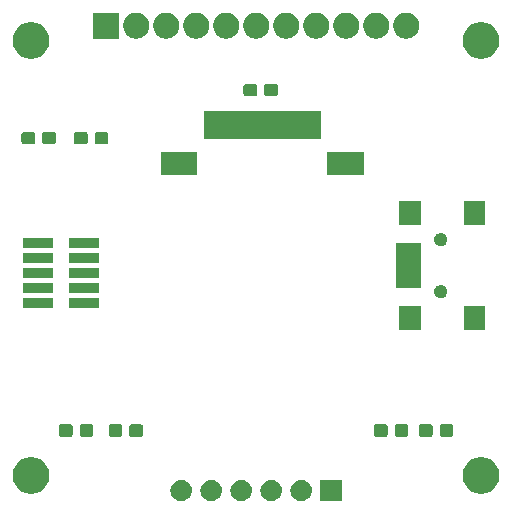
<source format=gbr>
G04 #@! TF.GenerationSoftware,KiCad,Pcbnew,5.0.1+dfsg1-2*
G04 #@! TF.CreationDate,2019-04-05T14:38:43+02:00*
G04 #@! TF.ProjectId,oled-controller,6F6C65642D636F6E74726F6C6C65722E,rev?*
G04 #@! TF.SameCoordinates,Original*
G04 #@! TF.FileFunction,Soldermask,Bot*
G04 #@! TF.FilePolarity,Negative*
%FSLAX46Y46*%
G04 Gerber Fmt 4.6, Leading zero omitted, Abs format (unit mm)*
G04 Created by KiCad (PCBNEW 5.0.1+dfsg1-2) date Fr 05 Apr 2019 14:38:43 CEST*
%MOMM*%
%LPD*%
G01*
G04 APERTURE LIST*
%ADD10C,0.100000*%
G04 APERTURE END LIST*
D10*
G36*
X174891000Y-102501000D02*
X173089000Y-102501000D01*
X173089000Y-100699000D01*
X174891000Y-100699000D01*
X174891000Y-102501000D01*
X174891000Y-102501000D01*
G37*
G36*
X171560443Y-100705519D02*
X171626627Y-100712037D01*
X171739853Y-100746384D01*
X171796467Y-100763557D01*
X171935087Y-100837652D01*
X171952991Y-100847222D01*
X171988729Y-100876552D01*
X172090186Y-100959814D01*
X172173448Y-101061271D01*
X172202778Y-101097009D01*
X172202779Y-101097011D01*
X172286443Y-101253533D01*
X172286443Y-101253534D01*
X172337963Y-101423373D01*
X172355359Y-101600000D01*
X172337963Y-101776627D01*
X172324382Y-101821396D01*
X172286443Y-101946467D01*
X172212348Y-102085087D01*
X172202778Y-102102991D01*
X172173448Y-102138729D01*
X172090186Y-102240186D01*
X171988729Y-102323448D01*
X171952991Y-102352778D01*
X171952989Y-102352779D01*
X171796467Y-102436443D01*
X171739853Y-102453616D01*
X171626627Y-102487963D01*
X171560442Y-102494482D01*
X171494260Y-102501000D01*
X171405740Y-102501000D01*
X171339558Y-102494482D01*
X171273373Y-102487963D01*
X171160147Y-102453616D01*
X171103533Y-102436443D01*
X170947011Y-102352779D01*
X170947009Y-102352778D01*
X170911271Y-102323448D01*
X170809814Y-102240186D01*
X170726552Y-102138729D01*
X170697222Y-102102991D01*
X170687652Y-102085087D01*
X170613557Y-101946467D01*
X170575618Y-101821396D01*
X170562037Y-101776627D01*
X170544641Y-101600000D01*
X170562037Y-101423373D01*
X170613557Y-101253534D01*
X170613557Y-101253533D01*
X170697221Y-101097011D01*
X170697222Y-101097009D01*
X170726552Y-101061271D01*
X170809814Y-100959814D01*
X170911271Y-100876552D01*
X170947009Y-100847222D01*
X170964913Y-100837652D01*
X171103533Y-100763557D01*
X171160147Y-100746384D01*
X171273373Y-100712037D01*
X171339557Y-100705519D01*
X171405740Y-100699000D01*
X171494260Y-100699000D01*
X171560443Y-100705519D01*
X171560443Y-100705519D01*
G37*
G36*
X161400443Y-100705519D02*
X161466627Y-100712037D01*
X161579853Y-100746384D01*
X161636467Y-100763557D01*
X161775087Y-100837652D01*
X161792991Y-100847222D01*
X161828729Y-100876552D01*
X161930186Y-100959814D01*
X162013448Y-101061271D01*
X162042778Y-101097009D01*
X162042779Y-101097011D01*
X162126443Y-101253533D01*
X162126443Y-101253534D01*
X162177963Y-101423373D01*
X162195359Y-101600000D01*
X162177963Y-101776627D01*
X162164382Y-101821396D01*
X162126443Y-101946467D01*
X162052348Y-102085087D01*
X162042778Y-102102991D01*
X162013448Y-102138729D01*
X161930186Y-102240186D01*
X161828729Y-102323448D01*
X161792991Y-102352778D01*
X161792989Y-102352779D01*
X161636467Y-102436443D01*
X161579853Y-102453616D01*
X161466627Y-102487963D01*
X161400442Y-102494482D01*
X161334260Y-102501000D01*
X161245740Y-102501000D01*
X161179558Y-102494482D01*
X161113373Y-102487963D01*
X161000147Y-102453616D01*
X160943533Y-102436443D01*
X160787011Y-102352779D01*
X160787009Y-102352778D01*
X160751271Y-102323448D01*
X160649814Y-102240186D01*
X160566552Y-102138729D01*
X160537222Y-102102991D01*
X160527652Y-102085087D01*
X160453557Y-101946467D01*
X160415618Y-101821396D01*
X160402037Y-101776627D01*
X160384641Y-101600000D01*
X160402037Y-101423373D01*
X160453557Y-101253534D01*
X160453557Y-101253533D01*
X160537221Y-101097011D01*
X160537222Y-101097009D01*
X160566552Y-101061271D01*
X160649814Y-100959814D01*
X160751271Y-100876552D01*
X160787009Y-100847222D01*
X160804913Y-100837652D01*
X160943533Y-100763557D01*
X161000147Y-100746384D01*
X161113373Y-100712037D01*
X161179557Y-100705519D01*
X161245740Y-100699000D01*
X161334260Y-100699000D01*
X161400443Y-100705519D01*
X161400443Y-100705519D01*
G37*
G36*
X163940443Y-100705519D02*
X164006627Y-100712037D01*
X164119853Y-100746384D01*
X164176467Y-100763557D01*
X164315087Y-100837652D01*
X164332991Y-100847222D01*
X164368729Y-100876552D01*
X164470186Y-100959814D01*
X164553448Y-101061271D01*
X164582778Y-101097009D01*
X164582779Y-101097011D01*
X164666443Y-101253533D01*
X164666443Y-101253534D01*
X164717963Y-101423373D01*
X164735359Y-101600000D01*
X164717963Y-101776627D01*
X164704382Y-101821396D01*
X164666443Y-101946467D01*
X164592348Y-102085087D01*
X164582778Y-102102991D01*
X164553448Y-102138729D01*
X164470186Y-102240186D01*
X164368729Y-102323448D01*
X164332991Y-102352778D01*
X164332989Y-102352779D01*
X164176467Y-102436443D01*
X164119853Y-102453616D01*
X164006627Y-102487963D01*
X163940442Y-102494482D01*
X163874260Y-102501000D01*
X163785740Y-102501000D01*
X163719558Y-102494482D01*
X163653373Y-102487963D01*
X163540147Y-102453616D01*
X163483533Y-102436443D01*
X163327011Y-102352779D01*
X163327009Y-102352778D01*
X163291271Y-102323448D01*
X163189814Y-102240186D01*
X163106552Y-102138729D01*
X163077222Y-102102991D01*
X163067652Y-102085087D01*
X162993557Y-101946467D01*
X162955618Y-101821396D01*
X162942037Y-101776627D01*
X162924641Y-101600000D01*
X162942037Y-101423373D01*
X162993557Y-101253534D01*
X162993557Y-101253533D01*
X163077221Y-101097011D01*
X163077222Y-101097009D01*
X163106552Y-101061271D01*
X163189814Y-100959814D01*
X163291271Y-100876552D01*
X163327009Y-100847222D01*
X163344913Y-100837652D01*
X163483533Y-100763557D01*
X163540147Y-100746384D01*
X163653373Y-100712037D01*
X163719557Y-100705519D01*
X163785740Y-100699000D01*
X163874260Y-100699000D01*
X163940443Y-100705519D01*
X163940443Y-100705519D01*
G37*
G36*
X169020443Y-100705519D02*
X169086627Y-100712037D01*
X169199853Y-100746384D01*
X169256467Y-100763557D01*
X169395087Y-100837652D01*
X169412991Y-100847222D01*
X169448729Y-100876552D01*
X169550186Y-100959814D01*
X169633448Y-101061271D01*
X169662778Y-101097009D01*
X169662779Y-101097011D01*
X169746443Y-101253533D01*
X169746443Y-101253534D01*
X169797963Y-101423373D01*
X169815359Y-101600000D01*
X169797963Y-101776627D01*
X169784382Y-101821396D01*
X169746443Y-101946467D01*
X169672348Y-102085087D01*
X169662778Y-102102991D01*
X169633448Y-102138729D01*
X169550186Y-102240186D01*
X169448729Y-102323448D01*
X169412991Y-102352778D01*
X169412989Y-102352779D01*
X169256467Y-102436443D01*
X169199853Y-102453616D01*
X169086627Y-102487963D01*
X169020442Y-102494482D01*
X168954260Y-102501000D01*
X168865740Y-102501000D01*
X168799558Y-102494482D01*
X168733373Y-102487963D01*
X168620147Y-102453616D01*
X168563533Y-102436443D01*
X168407011Y-102352779D01*
X168407009Y-102352778D01*
X168371271Y-102323448D01*
X168269814Y-102240186D01*
X168186552Y-102138729D01*
X168157222Y-102102991D01*
X168147652Y-102085087D01*
X168073557Y-101946467D01*
X168035618Y-101821396D01*
X168022037Y-101776627D01*
X168004641Y-101600000D01*
X168022037Y-101423373D01*
X168073557Y-101253534D01*
X168073557Y-101253533D01*
X168157221Y-101097011D01*
X168157222Y-101097009D01*
X168186552Y-101061271D01*
X168269814Y-100959814D01*
X168371271Y-100876552D01*
X168407009Y-100847222D01*
X168424913Y-100837652D01*
X168563533Y-100763557D01*
X168620147Y-100746384D01*
X168733373Y-100712037D01*
X168799557Y-100705519D01*
X168865740Y-100699000D01*
X168954260Y-100699000D01*
X169020443Y-100705519D01*
X169020443Y-100705519D01*
G37*
G36*
X166480443Y-100705519D02*
X166546627Y-100712037D01*
X166659853Y-100746384D01*
X166716467Y-100763557D01*
X166855087Y-100837652D01*
X166872991Y-100847222D01*
X166908729Y-100876552D01*
X167010186Y-100959814D01*
X167093448Y-101061271D01*
X167122778Y-101097009D01*
X167122779Y-101097011D01*
X167206443Y-101253533D01*
X167206443Y-101253534D01*
X167257963Y-101423373D01*
X167275359Y-101600000D01*
X167257963Y-101776627D01*
X167244382Y-101821396D01*
X167206443Y-101946467D01*
X167132348Y-102085087D01*
X167122778Y-102102991D01*
X167093448Y-102138729D01*
X167010186Y-102240186D01*
X166908729Y-102323448D01*
X166872991Y-102352778D01*
X166872989Y-102352779D01*
X166716467Y-102436443D01*
X166659853Y-102453616D01*
X166546627Y-102487963D01*
X166480442Y-102494482D01*
X166414260Y-102501000D01*
X166325740Y-102501000D01*
X166259558Y-102494482D01*
X166193373Y-102487963D01*
X166080147Y-102453616D01*
X166023533Y-102436443D01*
X165867011Y-102352779D01*
X165867009Y-102352778D01*
X165831271Y-102323448D01*
X165729814Y-102240186D01*
X165646552Y-102138729D01*
X165617222Y-102102991D01*
X165607652Y-102085087D01*
X165533557Y-101946467D01*
X165495618Y-101821396D01*
X165482037Y-101776627D01*
X165464641Y-101600000D01*
X165482037Y-101423373D01*
X165533557Y-101253534D01*
X165533557Y-101253533D01*
X165617221Y-101097011D01*
X165617222Y-101097009D01*
X165646552Y-101061271D01*
X165729814Y-100959814D01*
X165831271Y-100876552D01*
X165867009Y-100847222D01*
X165884913Y-100837652D01*
X166023533Y-100763557D01*
X166080147Y-100746384D01*
X166193373Y-100712037D01*
X166259557Y-100705519D01*
X166325740Y-100699000D01*
X166414260Y-100699000D01*
X166480443Y-100705519D01*
X166480443Y-100705519D01*
G37*
G36*
X148942527Y-98818736D02*
X149042410Y-98838604D01*
X149324674Y-98955521D01*
X149578705Y-99125259D01*
X149794741Y-99341295D01*
X149964479Y-99595326D01*
X150081396Y-99877590D01*
X150141000Y-100177240D01*
X150141000Y-100482760D01*
X150081396Y-100782410D01*
X149964479Y-101064674D01*
X149794741Y-101318705D01*
X149578705Y-101534741D01*
X149324674Y-101704479D01*
X149042410Y-101821396D01*
X148942527Y-101841264D01*
X148742762Y-101881000D01*
X148437238Y-101881000D01*
X148237473Y-101841264D01*
X148137590Y-101821396D01*
X147855326Y-101704479D01*
X147601295Y-101534741D01*
X147385259Y-101318705D01*
X147215521Y-101064674D01*
X147098604Y-100782410D01*
X147039000Y-100482760D01*
X147039000Y-100177240D01*
X147098604Y-99877590D01*
X147215521Y-99595326D01*
X147385259Y-99341295D01*
X147601295Y-99125259D01*
X147855326Y-98955521D01*
X148137590Y-98838604D01*
X148237473Y-98818736D01*
X148437238Y-98779000D01*
X148742762Y-98779000D01*
X148942527Y-98818736D01*
X148942527Y-98818736D01*
G37*
G36*
X187042527Y-98818736D02*
X187142410Y-98838604D01*
X187424674Y-98955521D01*
X187678705Y-99125259D01*
X187894741Y-99341295D01*
X188064479Y-99595326D01*
X188181396Y-99877590D01*
X188241000Y-100177240D01*
X188241000Y-100482760D01*
X188181396Y-100782410D01*
X188064479Y-101064674D01*
X187894741Y-101318705D01*
X187678705Y-101534741D01*
X187424674Y-101704479D01*
X187142410Y-101821396D01*
X187042527Y-101841264D01*
X186842762Y-101881000D01*
X186537238Y-101881000D01*
X186337473Y-101841264D01*
X186237590Y-101821396D01*
X185955326Y-101704479D01*
X185701295Y-101534741D01*
X185485259Y-101318705D01*
X185315521Y-101064674D01*
X185198604Y-100782410D01*
X185139000Y-100482760D01*
X185139000Y-100177240D01*
X185198604Y-99877590D01*
X185315521Y-99595326D01*
X185485259Y-99341295D01*
X185701295Y-99125259D01*
X185955326Y-98955521D01*
X186237590Y-98838604D01*
X186337473Y-98818736D01*
X186537238Y-98779000D01*
X186842762Y-98779000D01*
X187042527Y-98818736D01*
X187042527Y-98818736D01*
G37*
G36*
X184169499Y-95998445D02*
X184206993Y-96009819D01*
X184241557Y-96028294D01*
X184271847Y-96053153D01*
X184296706Y-96083443D01*
X184315181Y-96118007D01*
X184326555Y-96155501D01*
X184331000Y-96200638D01*
X184331000Y-96839362D01*
X184326555Y-96884499D01*
X184315181Y-96921993D01*
X184296706Y-96956557D01*
X184271847Y-96986847D01*
X184241557Y-97011706D01*
X184206993Y-97030181D01*
X184169499Y-97041555D01*
X184124362Y-97046000D01*
X183385638Y-97046000D01*
X183340501Y-97041555D01*
X183303007Y-97030181D01*
X183268443Y-97011706D01*
X183238153Y-96986847D01*
X183213294Y-96956557D01*
X183194819Y-96921993D01*
X183183445Y-96884499D01*
X183179000Y-96839362D01*
X183179000Y-96200638D01*
X183183445Y-96155501D01*
X183194819Y-96118007D01*
X183213294Y-96083443D01*
X183238153Y-96053153D01*
X183268443Y-96028294D01*
X183303007Y-96009819D01*
X183340501Y-95998445D01*
X183385638Y-95994000D01*
X184124362Y-95994000D01*
X184169499Y-95998445D01*
X184169499Y-95998445D01*
G37*
G36*
X180359499Y-95998445D02*
X180396993Y-96009819D01*
X180431557Y-96028294D01*
X180461847Y-96053153D01*
X180486706Y-96083443D01*
X180505181Y-96118007D01*
X180516555Y-96155501D01*
X180521000Y-96200638D01*
X180521000Y-96839362D01*
X180516555Y-96884499D01*
X180505181Y-96921993D01*
X180486706Y-96956557D01*
X180461847Y-96986847D01*
X180431557Y-97011706D01*
X180396993Y-97030181D01*
X180359499Y-97041555D01*
X180314362Y-97046000D01*
X179575638Y-97046000D01*
X179530501Y-97041555D01*
X179493007Y-97030181D01*
X179458443Y-97011706D01*
X179428153Y-96986847D01*
X179403294Y-96956557D01*
X179384819Y-96921993D01*
X179373445Y-96884499D01*
X179369000Y-96839362D01*
X179369000Y-96200638D01*
X179373445Y-96155501D01*
X179384819Y-96118007D01*
X179403294Y-96083443D01*
X179428153Y-96053153D01*
X179458443Y-96028294D01*
X179493007Y-96009819D01*
X179530501Y-95998445D01*
X179575638Y-95994000D01*
X180314362Y-95994000D01*
X180359499Y-95998445D01*
X180359499Y-95998445D01*
G37*
G36*
X178609499Y-95998445D02*
X178646993Y-96009819D01*
X178681557Y-96028294D01*
X178711847Y-96053153D01*
X178736706Y-96083443D01*
X178755181Y-96118007D01*
X178766555Y-96155501D01*
X178771000Y-96200638D01*
X178771000Y-96839362D01*
X178766555Y-96884499D01*
X178755181Y-96921993D01*
X178736706Y-96956557D01*
X178711847Y-96986847D01*
X178681557Y-97011706D01*
X178646993Y-97030181D01*
X178609499Y-97041555D01*
X178564362Y-97046000D01*
X177825638Y-97046000D01*
X177780501Y-97041555D01*
X177743007Y-97030181D01*
X177708443Y-97011706D01*
X177678153Y-96986847D01*
X177653294Y-96956557D01*
X177634819Y-96921993D01*
X177623445Y-96884499D01*
X177619000Y-96839362D01*
X177619000Y-96200638D01*
X177623445Y-96155501D01*
X177634819Y-96118007D01*
X177653294Y-96083443D01*
X177678153Y-96053153D01*
X177708443Y-96028294D01*
X177743007Y-96009819D01*
X177780501Y-95998445D01*
X177825638Y-95994000D01*
X178564362Y-95994000D01*
X178609499Y-95998445D01*
X178609499Y-95998445D01*
G37*
G36*
X157894499Y-95998445D02*
X157931993Y-96009819D01*
X157966557Y-96028294D01*
X157996847Y-96053153D01*
X158021706Y-96083443D01*
X158040181Y-96118007D01*
X158051555Y-96155501D01*
X158056000Y-96200638D01*
X158056000Y-96839362D01*
X158051555Y-96884499D01*
X158040181Y-96921993D01*
X158021706Y-96956557D01*
X157996847Y-96986847D01*
X157966557Y-97011706D01*
X157931993Y-97030181D01*
X157894499Y-97041555D01*
X157849362Y-97046000D01*
X157110638Y-97046000D01*
X157065501Y-97041555D01*
X157028007Y-97030181D01*
X156993443Y-97011706D01*
X156963153Y-96986847D01*
X156938294Y-96956557D01*
X156919819Y-96921993D01*
X156908445Y-96884499D01*
X156904000Y-96839362D01*
X156904000Y-96200638D01*
X156908445Y-96155501D01*
X156919819Y-96118007D01*
X156938294Y-96083443D01*
X156963153Y-96053153D01*
X156993443Y-96028294D01*
X157028007Y-96009819D01*
X157065501Y-95998445D01*
X157110638Y-95994000D01*
X157849362Y-95994000D01*
X157894499Y-95998445D01*
X157894499Y-95998445D01*
G37*
G36*
X156144499Y-95998445D02*
X156181993Y-96009819D01*
X156216557Y-96028294D01*
X156246847Y-96053153D01*
X156271706Y-96083443D01*
X156290181Y-96118007D01*
X156301555Y-96155501D01*
X156306000Y-96200638D01*
X156306000Y-96839362D01*
X156301555Y-96884499D01*
X156290181Y-96921993D01*
X156271706Y-96956557D01*
X156246847Y-96986847D01*
X156216557Y-97011706D01*
X156181993Y-97030181D01*
X156144499Y-97041555D01*
X156099362Y-97046000D01*
X155360638Y-97046000D01*
X155315501Y-97041555D01*
X155278007Y-97030181D01*
X155243443Y-97011706D01*
X155213153Y-96986847D01*
X155188294Y-96956557D01*
X155169819Y-96921993D01*
X155158445Y-96884499D01*
X155154000Y-96839362D01*
X155154000Y-96200638D01*
X155158445Y-96155501D01*
X155169819Y-96118007D01*
X155188294Y-96083443D01*
X155213153Y-96053153D01*
X155243443Y-96028294D01*
X155278007Y-96009819D01*
X155315501Y-95998445D01*
X155360638Y-95994000D01*
X156099362Y-95994000D01*
X156144499Y-95998445D01*
X156144499Y-95998445D01*
G37*
G36*
X153689499Y-95998445D02*
X153726993Y-96009819D01*
X153761557Y-96028294D01*
X153791847Y-96053153D01*
X153816706Y-96083443D01*
X153835181Y-96118007D01*
X153846555Y-96155501D01*
X153851000Y-96200638D01*
X153851000Y-96839362D01*
X153846555Y-96884499D01*
X153835181Y-96921993D01*
X153816706Y-96956557D01*
X153791847Y-96986847D01*
X153761557Y-97011706D01*
X153726993Y-97030181D01*
X153689499Y-97041555D01*
X153644362Y-97046000D01*
X152905638Y-97046000D01*
X152860501Y-97041555D01*
X152823007Y-97030181D01*
X152788443Y-97011706D01*
X152758153Y-96986847D01*
X152733294Y-96956557D01*
X152714819Y-96921993D01*
X152703445Y-96884499D01*
X152699000Y-96839362D01*
X152699000Y-96200638D01*
X152703445Y-96155501D01*
X152714819Y-96118007D01*
X152733294Y-96083443D01*
X152758153Y-96053153D01*
X152788443Y-96028294D01*
X152823007Y-96009819D01*
X152860501Y-95998445D01*
X152905638Y-95994000D01*
X153644362Y-95994000D01*
X153689499Y-95998445D01*
X153689499Y-95998445D01*
G37*
G36*
X182419499Y-95998445D02*
X182456993Y-96009819D01*
X182491557Y-96028294D01*
X182521847Y-96053153D01*
X182546706Y-96083443D01*
X182565181Y-96118007D01*
X182576555Y-96155501D01*
X182581000Y-96200638D01*
X182581000Y-96839362D01*
X182576555Y-96884499D01*
X182565181Y-96921993D01*
X182546706Y-96956557D01*
X182521847Y-96986847D01*
X182491557Y-97011706D01*
X182456993Y-97030181D01*
X182419499Y-97041555D01*
X182374362Y-97046000D01*
X181635638Y-97046000D01*
X181590501Y-97041555D01*
X181553007Y-97030181D01*
X181518443Y-97011706D01*
X181488153Y-96986847D01*
X181463294Y-96956557D01*
X181444819Y-96921993D01*
X181433445Y-96884499D01*
X181429000Y-96839362D01*
X181429000Y-96200638D01*
X181433445Y-96155501D01*
X181444819Y-96118007D01*
X181463294Y-96083443D01*
X181488153Y-96053153D01*
X181518443Y-96028294D01*
X181553007Y-96009819D01*
X181590501Y-95998445D01*
X181635638Y-95994000D01*
X182374362Y-95994000D01*
X182419499Y-95998445D01*
X182419499Y-95998445D01*
G37*
G36*
X151939499Y-95998445D02*
X151976993Y-96009819D01*
X152011557Y-96028294D01*
X152041847Y-96053153D01*
X152066706Y-96083443D01*
X152085181Y-96118007D01*
X152096555Y-96155501D01*
X152101000Y-96200638D01*
X152101000Y-96839362D01*
X152096555Y-96884499D01*
X152085181Y-96921993D01*
X152066706Y-96956557D01*
X152041847Y-96986847D01*
X152011557Y-97011706D01*
X151976993Y-97030181D01*
X151939499Y-97041555D01*
X151894362Y-97046000D01*
X151155638Y-97046000D01*
X151110501Y-97041555D01*
X151073007Y-97030181D01*
X151038443Y-97011706D01*
X151008153Y-96986847D01*
X150983294Y-96956557D01*
X150964819Y-96921993D01*
X150953445Y-96884499D01*
X150949000Y-96839362D01*
X150949000Y-96200638D01*
X150953445Y-96155501D01*
X150964819Y-96118007D01*
X150983294Y-96083443D01*
X151008153Y-96053153D01*
X151038443Y-96028294D01*
X151073007Y-96009819D01*
X151110501Y-95998445D01*
X151155638Y-95994000D01*
X151894362Y-95994000D01*
X151939499Y-95998445D01*
X151939499Y-95998445D01*
G37*
G36*
X187012000Y-88051000D02*
X185210000Y-88051000D01*
X185210000Y-85949000D01*
X187012000Y-85949000D01*
X187012000Y-88051000D01*
X187012000Y-88051000D01*
G37*
G36*
X181562000Y-88051000D02*
X179760000Y-88051000D01*
X179760000Y-85949000D01*
X181562000Y-85949000D01*
X181562000Y-88051000D01*
X181562000Y-88051000D01*
G37*
G36*
X154331000Y-86146000D02*
X151829000Y-86146000D01*
X151829000Y-85304000D01*
X154331000Y-85304000D01*
X154331000Y-86146000D01*
X154331000Y-86146000D01*
G37*
G36*
X150431000Y-86146000D02*
X147929000Y-86146000D01*
X147929000Y-85304000D01*
X150431000Y-85304000D01*
X150431000Y-86146000D01*
X150431000Y-86146000D01*
G37*
G36*
X183421721Y-84220174D02*
X183521995Y-84261709D01*
X183612245Y-84322012D01*
X183688988Y-84398755D01*
X183749291Y-84489005D01*
X183790826Y-84589279D01*
X183812000Y-84695730D01*
X183812000Y-84804270D01*
X183790826Y-84910721D01*
X183749291Y-85010995D01*
X183688988Y-85101245D01*
X183612245Y-85177988D01*
X183521995Y-85238291D01*
X183421721Y-85279826D01*
X183315270Y-85301000D01*
X183206730Y-85301000D01*
X183100279Y-85279826D01*
X183000005Y-85238291D01*
X182909755Y-85177988D01*
X182833012Y-85101245D01*
X182772709Y-85010995D01*
X182731174Y-84910721D01*
X182710000Y-84804270D01*
X182710000Y-84695730D01*
X182731174Y-84589279D01*
X182772709Y-84489005D01*
X182833012Y-84398755D01*
X182909755Y-84322012D01*
X183000005Y-84261709D01*
X183100279Y-84220174D01*
X183206730Y-84199000D01*
X183315270Y-84199000D01*
X183421721Y-84220174D01*
X183421721Y-84220174D01*
G37*
G36*
X154331000Y-84876000D02*
X151829000Y-84876000D01*
X151829000Y-84034000D01*
X154331000Y-84034000D01*
X154331000Y-84876000D01*
X154331000Y-84876000D01*
G37*
G36*
X150431000Y-84876000D02*
X147929000Y-84876000D01*
X147929000Y-84034000D01*
X150431000Y-84034000D01*
X150431000Y-84876000D01*
X150431000Y-84876000D01*
G37*
G36*
X181612000Y-84451000D02*
X179510000Y-84451000D01*
X179510000Y-80649000D01*
X181612000Y-80649000D01*
X181612000Y-84451000D01*
X181612000Y-84451000D01*
G37*
G36*
X154331000Y-83606000D02*
X151829000Y-83606000D01*
X151829000Y-82764000D01*
X154331000Y-82764000D01*
X154331000Y-83606000D01*
X154331000Y-83606000D01*
G37*
G36*
X150431000Y-83606000D02*
X147929000Y-83606000D01*
X147929000Y-82764000D01*
X150431000Y-82764000D01*
X150431000Y-83606000D01*
X150431000Y-83606000D01*
G37*
G36*
X150431000Y-82336000D02*
X147929000Y-82336000D01*
X147929000Y-81494000D01*
X150431000Y-81494000D01*
X150431000Y-82336000D01*
X150431000Y-82336000D01*
G37*
G36*
X154331000Y-82336000D02*
X151829000Y-82336000D01*
X151829000Y-81494000D01*
X154331000Y-81494000D01*
X154331000Y-82336000D01*
X154331000Y-82336000D01*
G37*
G36*
X154331000Y-81066000D02*
X151829000Y-81066000D01*
X151829000Y-80224000D01*
X154331000Y-80224000D01*
X154331000Y-81066000D01*
X154331000Y-81066000D01*
G37*
G36*
X150431000Y-81066000D02*
X147929000Y-81066000D01*
X147929000Y-80224000D01*
X150431000Y-80224000D01*
X150431000Y-81066000D01*
X150431000Y-81066000D01*
G37*
G36*
X183421721Y-79820174D02*
X183521995Y-79861709D01*
X183612245Y-79922012D01*
X183688988Y-79998755D01*
X183749291Y-80089005D01*
X183790826Y-80189279D01*
X183812000Y-80295730D01*
X183812000Y-80404270D01*
X183790826Y-80510721D01*
X183749291Y-80610995D01*
X183688988Y-80701245D01*
X183612245Y-80777988D01*
X183521995Y-80838291D01*
X183421721Y-80879826D01*
X183315270Y-80901000D01*
X183206730Y-80901000D01*
X183100279Y-80879826D01*
X183000005Y-80838291D01*
X182909755Y-80777988D01*
X182833012Y-80701245D01*
X182772709Y-80610995D01*
X182731174Y-80510721D01*
X182710000Y-80404270D01*
X182710000Y-80295730D01*
X182731174Y-80189279D01*
X182772709Y-80089005D01*
X182833012Y-79998755D01*
X182909755Y-79922012D01*
X183000005Y-79861709D01*
X183100279Y-79820174D01*
X183206730Y-79799000D01*
X183315270Y-79799000D01*
X183421721Y-79820174D01*
X183421721Y-79820174D01*
G37*
G36*
X181562000Y-79151000D02*
X179760000Y-79151000D01*
X179760000Y-77049000D01*
X181562000Y-77049000D01*
X181562000Y-79151000D01*
X181562000Y-79151000D01*
G37*
G36*
X187012000Y-79151000D02*
X185210000Y-79151000D01*
X185210000Y-77049000D01*
X187012000Y-77049000D01*
X187012000Y-79151000D01*
X187012000Y-79151000D01*
G37*
G36*
X162649000Y-74865000D02*
X159547000Y-74865000D01*
X159547000Y-72963000D01*
X162649000Y-72963000D01*
X162649000Y-74865000D01*
X162649000Y-74865000D01*
G37*
G36*
X176749000Y-74865000D02*
X173647000Y-74865000D01*
X173647000Y-72963000D01*
X176749000Y-72963000D01*
X176749000Y-74865000D01*
X176749000Y-74865000D01*
G37*
G36*
X154959499Y-71233445D02*
X154996993Y-71244819D01*
X155031557Y-71263294D01*
X155061847Y-71288153D01*
X155086706Y-71318443D01*
X155105181Y-71353007D01*
X155116555Y-71390501D01*
X155121000Y-71435638D01*
X155121000Y-72074362D01*
X155116555Y-72119499D01*
X155105181Y-72156993D01*
X155086706Y-72191557D01*
X155061847Y-72221847D01*
X155031557Y-72246706D01*
X154996993Y-72265181D01*
X154959499Y-72276555D01*
X154914362Y-72281000D01*
X154175638Y-72281000D01*
X154130501Y-72276555D01*
X154093007Y-72265181D01*
X154058443Y-72246706D01*
X154028153Y-72221847D01*
X154003294Y-72191557D01*
X153984819Y-72156993D01*
X153973445Y-72119499D01*
X153969000Y-72074362D01*
X153969000Y-71435638D01*
X153973445Y-71390501D01*
X153984819Y-71353007D01*
X154003294Y-71318443D01*
X154028153Y-71288153D01*
X154058443Y-71263294D01*
X154093007Y-71244819D01*
X154130501Y-71233445D01*
X154175638Y-71229000D01*
X154914362Y-71229000D01*
X154959499Y-71233445D01*
X154959499Y-71233445D01*
G37*
G36*
X153209499Y-71233445D02*
X153246993Y-71244819D01*
X153281557Y-71263294D01*
X153311847Y-71288153D01*
X153336706Y-71318443D01*
X153355181Y-71353007D01*
X153366555Y-71390501D01*
X153371000Y-71435638D01*
X153371000Y-72074362D01*
X153366555Y-72119499D01*
X153355181Y-72156993D01*
X153336706Y-72191557D01*
X153311847Y-72221847D01*
X153281557Y-72246706D01*
X153246993Y-72265181D01*
X153209499Y-72276555D01*
X153164362Y-72281000D01*
X152425638Y-72281000D01*
X152380501Y-72276555D01*
X152343007Y-72265181D01*
X152308443Y-72246706D01*
X152278153Y-72221847D01*
X152253294Y-72191557D01*
X152234819Y-72156993D01*
X152223445Y-72119499D01*
X152219000Y-72074362D01*
X152219000Y-71435638D01*
X152223445Y-71390501D01*
X152234819Y-71353007D01*
X152253294Y-71318443D01*
X152278153Y-71288153D01*
X152308443Y-71263294D01*
X152343007Y-71244819D01*
X152380501Y-71233445D01*
X152425638Y-71229000D01*
X153164362Y-71229000D01*
X153209499Y-71233445D01*
X153209499Y-71233445D01*
G37*
G36*
X148764499Y-71233445D02*
X148801993Y-71244819D01*
X148836557Y-71263294D01*
X148866847Y-71288153D01*
X148891706Y-71318443D01*
X148910181Y-71353007D01*
X148921555Y-71390501D01*
X148926000Y-71435638D01*
X148926000Y-72074362D01*
X148921555Y-72119499D01*
X148910181Y-72156993D01*
X148891706Y-72191557D01*
X148866847Y-72221847D01*
X148836557Y-72246706D01*
X148801993Y-72265181D01*
X148764499Y-72276555D01*
X148719362Y-72281000D01*
X147980638Y-72281000D01*
X147935501Y-72276555D01*
X147898007Y-72265181D01*
X147863443Y-72246706D01*
X147833153Y-72221847D01*
X147808294Y-72191557D01*
X147789819Y-72156993D01*
X147778445Y-72119499D01*
X147774000Y-72074362D01*
X147774000Y-71435638D01*
X147778445Y-71390501D01*
X147789819Y-71353007D01*
X147808294Y-71318443D01*
X147833153Y-71288153D01*
X147863443Y-71263294D01*
X147898007Y-71244819D01*
X147935501Y-71233445D01*
X147980638Y-71229000D01*
X148719362Y-71229000D01*
X148764499Y-71233445D01*
X148764499Y-71233445D01*
G37*
G36*
X150514499Y-71233445D02*
X150551993Y-71244819D01*
X150586557Y-71263294D01*
X150616847Y-71288153D01*
X150641706Y-71318443D01*
X150660181Y-71353007D01*
X150671555Y-71390501D01*
X150676000Y-71435638D01*
X150676000Y-72074362D01*
X150671555Y-72119499D01*
X150660181Y-72156993D01*
X150641706Y-72191557D01*
X150616847Y-72221847D01*
X150586557Y-72246706D01*
X150551993Y-72265181D01*
X150514499Y-72276555D01*
X150469362Y-72281000D01*
X149730638Y-72281000D01*
X149685501Y-72276555D01*
X149648007Y-72265181D01*
X149613443Y-72246706D01*
X149583153Y-72221847D01*
X149558294Y-72191557D01*
X149539819Y-72156993D01*
X149528445Y-72119499D01*
X149524000Y-72074362D01*
X149524000Y-71435638D01*
X149528445Y-71390501D01*
X149539819Y-71353007D01*
X149558294Y-71318443D01*
X149583153Y-71288153D01*
X149613443Y-71263294D01*
X149648007Y-71244819D01*
X149685501Y-71233445D01*
X149730638Y-71229000D01*
X150469362Y-71229000D01*
X150514499Y-71233445D01*
X150514499Y-71233445D01*
G37*
G36*
X173099000Y-71865000D02*
X163197000Y-71865000D01*
X163197000Y-69463000D01*
X173099000Y-69463000D01*
X173099000Y-71865000D01*
X173099000Y-71865000D01*
G37*
G36*
X169310499Y-67169445D02*
X169347993Y-67180819D01*
X169382557Y-67199294D01*
X169412847Y-67224153D01*
X169437706Y-67254443D01*
X169456181Y-67289007D01*
X169467555Y-67326501D01*
X169472000Y-67371638D01*
X169472000Y-68010362D01*
X169467555Y-68055499D01*
X169456181Y-68092993D01*
X169437706Y-68127557D01*
X169412847Y-68157847D01*
X169382557Y-68182706D01*
X169347993Y-68201181D01*
X169310499Y-68212555D01*
X169265362Y-68217000D01*
X168526638Y-68217000D01*
X168481501Y-68212555D01*
X168444007Y-68201181D01*
X168409443Y-68182706D01*
X168379153Y-68157847D01*
X168354294Y-68127557D01*
X168335819Y-68092993D01*
X168324445Y-68055499D01*
X168320000Y-68010362D01*
X168320000Y-67371638D01*
X168324445Y-67326501D01*
X168335819Y-67289007D01*
X168354294Y-67254443D01*
X168379153Y-67224153D01*
X168409443Y-67199294D01*
X168444007Y-67180819D01*
X168481501Y-67169445D01*
X168526638Y-67165000D01*
X169265362Y-67165000D01*
X169310499Y-67169445D01*
X169310499Y-67169445D01*
G37*
G36*
X167560499Y-67169445D02*
X167597993Y-67180819D01*
X167632557Y-67199294D01*
X167662847Y-67224153D01*
X167687706Y-67254443D01*
X167706181Y-67289007D01*
X167717555Y-67326501D01*
X167722000Y-67371638D01*
X167722000Y-68010362D01*
X167717555Y-68055499D01*
X167706181Y-68092993D01*
X167687706Y-68127557D01*
X167662847Y-68157847D01*
X167632557Y-68182706D01*
X167597993Y-68201181D01*
X167560499Y-68212555D01*
X167515362Y-68217000D01*
X166776638Y-68217000D01*
X166731501Y-68212555D01*
X166694007Y-68201181D01*
X166659443Y-68182706D01*
X166629153Y-68157847D01*
X166604294Y-68127557D01*
X166585819Y-68092993D01*
X166574445Y-68055499D01*
X166570000Y-68010362D01*
X166570000Y-67371638D01*
X166574445Y-67326501D01*
X166585819Y-67289007D01*
X166604294Y-67254443D01*
X166629153Y-67224153D01*
X166659443Y-67199294D01*
X166694007Y-67180819D01*
X166731501Y-67169445D01*
X166776638Y-67165000D01*
X167515362Y-67165000D01*
X167560499Y-67169445D01*
X167560499Y-67169445D01*
G37*
G36*
X148942527Y-61988736D02*
X149042410Y-62008604D01*
X149324674Y-62125521D01*
X149578705Y-62295259D01*
X149794741Y-62511295D01*
X149964479Y-62765326D01*
X150033455Y-62931850D01*
X150081396Y-63047591D01*
X150129354Y-63288689D01*
X150141000Y-63347240D01*
X150141000Y-63652760D01*
X150081396Y-63952410D01*
X149964479Y-64234674D01*
X149794741Y-64488705D01*
X149578705Y-64704741D01*
X149324674Y-64874479D01*
X149042410Y-64991396D01*
X148942527Y-65011264D01*
X148742762Y-65051000D01*
X148437238Y-65051000D01*
X148237473Y-65011264D01*
X148137590Y-64991396D01*
X147855326Y-64874479D01*
X147601295Y-64704741D01*
X147385259Y-64488705D01*
X147215521Y-64234674D01*
X147098604Y-63952410D01*
X147039000Y-63652760D01*
X147039000Y-63347240D01*
X147050647Y-63288689D01*
X147098604Y-63047591D01*
X147146545Y-62931850D01*
X147215521Y-62765326D01*
X147385259Y-62511295D01*
X147601295Y-62295259D01*
X147855326Y-62125521D01*
X148137590Y-62008604D01*
X148237473Y-61988736D01*
X148437238Y-61949000D01*
X148742762Y-61949000D01*
X148942527Y-61988736D01*
X148942527Y-61988736D01*
G37*
G36*
X187042527Y-61988736D02*
X187142410Y-62008604D01*
X187424674Y-62125521D01*
X187678705Y-62295259D01*
X187894741Y-62511295D01*
X188064479Y-62765326D01*
X188133455Y-62931850D01*
X188181396Y-63047591D01*
X188229354Y-63288689D01*
X188241000Y-63347240D01*
X188241000Y-63652760D01*
X188181396Y-63952410D01*
X188064479Y-64234674D01*
X187894741Y-64488705D01*
X187678705Y-64704741D01*
X187424674Y-64874479D01*
X187142410Y-64991396D01*
X187042527Y-65011264D01*
X186842762Y-65051000D01*
X186537238Y-65051000D01*
X186337473Y-65011264D01*
X186237590Y-64991396D01*
X185955326Y-64874479D01*
X185701295Y-64704741D01*
X185485259Y-64488705D01*
X185315521Y-64234674D01*
X185198604Y-63952410D01*
X185139000Y-63652760D01*
X185139000Y-63347240D01*
X185150647Y-63288689D01*
X185198604Y-63047591D01*
X185246545Y-62931850D01*
X185315521Y-62765326D01*
X185485259Y-62511295D01*
X185701295Y-62295259D01*
X185955326Y-62125521D01*
X186237590Y-62008604D01*
X186337473Y-61988736D01*
X186537238Y-61949000D01*
X186842762Y-61949000D01*
X187042527Y-61988736D01*
X187042527Y-61988736D01*
G37*
G36*
X170394795Y-61150156D02*
X170501150Y-61171311D01*
X170571990Y-61200654D01*
X170701516Y-61254305D01*
X170881850Y-61374801D01*
X171035199Y-61528150D01*
X171155695Y-61708484D01*
X171238689Y-61908851D01*
X171281000Y-62121560D01*
X171281000Y-62338440D01*
X171238689Y-62551149D01*
X171155695Y-62751516D01*
X171035199Y-62931850D01*
X170881850Y-63085199D01*
X170701516Y-63205695D01*
X170571990Y-63259346D01*
X170501150Y-63288689D01*
X170394795Y-63309844D01*
X170288440Y-63331000D01*
X170071560Y-63331000D01*
X169965205Y-63309844D01*
X169858850Y-63288689D01*
X169788010Y-63259346D01*
X169658484Y-63205695D01*
X169478150Y-63085199D01*
X169324801Y-62931850D01*
X169204305Y-62751516D01*
X169121311Y-62551149D01*
X169079000Y-62338440D01*
X169079000Y-62121560D01*
X169121311Y-61908851D01*
X169204305Y-61708484D01*
X169324801Y-61528150D01*
X169478150Y-61374801D01*
X169658484Y-61254305D01*
X169788010Y-61200654D01*
X169858850Y-61171311D01*
X169965205Y-61150156D01*
X170071560Y-61129000D01*
X170288440Y-61129000D01*
X170394795Y-61150156D01*
X170394795Y-61150156D01*
G37*
G36*
X180554795Y-61150156D02*
X180661150Y-61171311D01*
X180731990Y-61200654D01*
X180861516Y-61254305D01*
X181041850Y-61374801D01*
X181195199Y-61528150D01*
X181315695Y-61708484D01*
X181398689Y-61908851D01*
X181441000Y-62121560D01*
X181441000Y-62338440D01*
X181398689Y-62551149D01*
X181315695Y-62751516D01*
X181195199Y-62931850D01*
X181041850Y-63085199D01*
X180861516Y-63205695D01*
X180731990Y-63259346D01*
X180661150Y-63288689D01*
X180554795Y-63309844D01*
X180448440Y-63331000D01*
X180231560Y-63331000D01*
X180125205Y-63309844D01*
X180018850Y-63288689D01*
X179948010Y-63259346D01*
X179818484Y-63205695D01*
X179638150Y-63085199D01*
X179484801Y-62931850D01*
X179364305Y-62751516D01*
X179281311Y-62551149D01*
X179239000Y-62338440D01*
X179239000Y-62121560D01*
X179281311Y-61908851D01*
X179364305Y-61708484D01*
X179484801Y-61528150D01*
X179638150Y-61374801D01*
X179818484Y-61254305D01*
X179948010Y-61200654D01*
X180018850Y-61171311D01*
X180125205Y-61150156D01*
X180231560Y-61129000D01*
X180448440Y-61129000D01*
X180554795Y-61150156D01*
X180554795Y-61150156D01*
G37*
G36*
X165314795Y-61150156D02*
X165421150Y-61171311D01*
X165491990Y-61200654D01*
X165621516Y-61254305D01*
X165801850Y-61374801D01*
X165955199Y-61528150D01*
X166075695Y-61708484D01*
X166158689Y-61908851D01*
X166201000Y-62121560D01*
X166201000Y-62338440D01*
X166158689Y-62551149D01*
X166075695Y-62751516D01*
X165955199Y-62931850D01*
X165801850Y-63085199D01*
X165621516Y-63205695D01*
X165491990Y-63259346D01*
X165421150Y-63288689D01*
X165314795Y-63309844D01*
X165208440Y-63331000D01*
X164991560Y-63331000D01*
X164885205Y-63309844D01*
X164778850Y-63288689D01*
X164708010Y-63259346D01*
X164578484Y-63205695D01*
X164398150Y-63085199D01*
X164244801Y-62931850D01*
X164124305Y-62751516D01*
X164041311Y-62551149D01*
X163999000Y-62338440D01*
X163999000Y-62121560D01*
X164041311Y-61908851D01*
X164124305Y-61708484D01*
X164244801Y-61528150D01*
X164398150Y-61374801D01*
X164578484Y-61254305D01*
X164708010Y-61200654D01*
X164778850Y-61171311D01*
X164885205Y-61150156D01*
X164991560Y-61129000D01*
X165208440Y-61129000D01*
X165314795Y-61150156D01*
X165314795Y-61150156D01*
G37*
G36*
X162774795Y-61150156D02*
X162881150Y-61171311D01*
X162951990Y-61200654D01*
X163081516Y-61254305D01*
X163261850Y-61374801D01*
X163415199Y-61528150D01*
X163535695Y-61708484D01*
X163618689Y-61908851D01*
X163661000Y-62121560D01*
X163661000Y-62338440D01*
X163618689Y-62551149D01*
X163535695Y-62751516D01*
X163415199Y-62931850D01*
X163261850Y-63085199D01*
X163081516Y-63205695D01*
X162951990Y-63259346D01*
X162881150Y-63288689D01*
X162774795Y-63309844D01*
X162668440Y-63331000D01*
X162451560Y-63331000D01*
X162345205Y-63309844D01*
X162238850Y-63288689D01*
X162168010Y-63259346D01*
X162038484Y-63205695D01*
X161858150Y-63085199D01*
X161704801Y-62931850D01*
X161584305Y-62751516D01*
X161501311Y-62551149D01*
X161459000Y-62338440D01*
X161459000Y-62121560D01*
X161501311Y-61908851D01*
X161584305Y-61708484D01*
X161704801Y-61528150D01*
X161858150Y-61374801D01*
X162038484Y-61254305D01*
X162168010Y-61200654D01*
X162238850Y-61171311D01*
X162345205Y-61150156D01*
X162451560Y-61129000D01*
X162668440Y-61129000D01*
X162774795Y-61150156D01*
X162774795Y-61150156D01*
G37*
G36*
X160234795Y-61150156D02*
X160341150Y-61171311D01*
X160411990Y-61200654D01*
X160541516Y-61254305D01*
X160721850Y-61374801D01*
X160875199Y-61528150D01*
X160995695Y-61708484D01*
X161078689Y-61908851D01*
X161121000Y-62121560D01*
X161121000Y-62338440D01*
X161078689Y-62551149D01*
X160995695Y-62751516D01*
X160875199Y-62931850D01*
X160721850Y-63085199D01*
X160541516Y-63205695D01*
X160411990Y-63259346D01*
X160341150Y-63288689D01*
X160234795Y-63309844D01*
X160128440Y-63331000D01*
X159911560Y-63331000D01*
X159805205Y-63309844D01*
X159698850Y-63288689D01*
X159628010Y-63259346D01*
X159498484Y-63205695D01*
X159318150Y-63085199D01*
X159164801Y-62931850D01*
X159044305Y-62751516D01*
X158961311Y-62551149D01*
X158919000Y-62338440D01*
X158919000Y-62121560D01*
X158961311Y-61908851D01*
X159044305Y-61708484D01*
X159164801Y-61528150D01*
X159318150Y-61374801D01*
X159498484Y-61254305D01*
X159628010Y-61200654D01*
X159698850Y-61171311D01*
X159805205Y-61150156D01*
X159911560Y-61129000D01*
X160128440Y-61129000D01*
X160234795Y-61150156D01*
X160234795Y-61150156D01*
G37*
G36*
X156041000Y-63331000D02*
X153839000Y-63331000D01*
X153839000Y-61129000D01*
X156041000Y-61129000D01*
X156041000Y-63331000D01*
X156041000Y-63331000D01*
G37*
G36*
X178014795Y-61150156D02*
X178121150Y-61171311D01*
X178191990Y-61200654D01*
X178321516Y-61254305D01*
X178501850Y-61374801D01*
X178655199Y-61528150D01*
X178775695Y-61708484D01*
X178858689Y-61908851D01*
X178901000Y-62121560D01*
X178901000Y-62338440D01*
X178858689Y-62551149D01*
X178775695Y-62751516D01*
X178655199Y-62931850D01*
X178501850Y-63085199D01*
X178321516Y-63205695D01*
X178191990Y-63259346D01*
X178121150Y-63288689D01*
X178014795Y-63309844D01*
X177908440Y-63331000D01*
X177691560Y-63331000D01*
X177585205Y-63309844D01*
X177478850Y-63288689D01*
X177408010Y-63259346D01*
X177278484Y-63205695D01*
X177098150Y-63085199D01*
X176944801Y-62931850D01*
X176824305Y-62751516D01*
X176741311Y-62551149D01*
X176699000Y-62338440D01*
X176699000Y-62121560D01*
X176741311Y-61908851D01*
X176824305Y-61708484D01*
X176944801Y-61528150D01*
X177098150Y-61374801D01*
X177278484Y-61254305D01*
X177408010Y-61200654D01*
X177478850Y-61171311D01*
X177585205Y-61150156D01*
X177691560Y-61129000D01*
X177908440Y-61129000D01*
X178014795Y-61150156D01*
X178014795Y-61150156D01*
G37*
G36*
X175474795Y-61150156D02*
X175581150Y-61171311D01*
X175651990Y-61200654D01*
X175781516Y-61254305D01*
X175961850Y-61374801D01*
X176115199Y-61528150D01*
X176235695Y-61708484D01*
X176318689Y-61908851D01*
X176361000Y-62121560D01*
X176361000Y-62338440D01*
X176318689Y-62551149D01*
X176235695Y-62751516D01*
X176115199Y-62931850D01*
X175961850Y-63085199D01*
X175781516Y-63205695D01*
X175651990Y-63259346D01*
X175581150Y-63288689D01*
X175474795Y-63309844D01*
X175368440Y-63331000D01*
X175151560Y-63331000D01*
X175045205Y-63309844D01*
X174938850Y-63288689D01*
X174868010Y-63259346D01*
X174738484Y-63205695D01*
X174558150Y-63085199D01*
X174404801Y-62931850D01*
X174284305Y-62751516D01*
X174201311Y-62551149D01*
X174159000Y-62338440D01*
X174159000Y-62121560D01*
X174201311Y-61908851D01*
X174284305Y-61708484D01*
X174404801Y-61528150D01*
X174558150Y-61374801D01*
X174738484Y-61254305D01*
X174868010Y-61200654D01*
X174938850Y-61171311D01*
X175045205Y-61150156D01*
X175151560Y-61129000D01*
X175368440Y-61129000D01*
X175474795Y-61150156D01*
X175474795Y-61150156D01*
G37*
G36*
X172934795Y-61150156D02*
X173041150Y-61171311D01*
X173111990Y-61200654D01*
X173241516Y-61254305D01*
X173421850Y-61374801D01*
X173575199Y-61528150D01*
X173695695Y-61708484D01*
X173778689Y-61908851D01*
X173821000Y-62121560D01*
X173821000Y-62338440D01*
X173778689Y-62551149D01*
X173695695Y-62751516D01*
X173575199Y-62931850D01*
X173421850Y-63085199D01*
X173241516Y-63205695D01*
X173111990Y-63259346D01*
X173041150Y-63288689D01*
X172934795Y-63309844D01*
X172828440Y-63331000D01*
X172611560Y-63331000D01*
X172505205Y-63309844D01*
X172398850Y-63288689D01*
X172328010Y-63259346D01*
X172198484Y-63205695D01*
X172018150Y-63085199D01*
X171864801Y-62931850D01*
X171744305Y-62751516D01*
X171661311Y-62551149D01*
X171619000Y-62338440D01*
X171619000Y-62121560D01*
X171661311Y-61908851D01*
X171744305Y-61708484D01*
X171864801Y-61528150D01*
X172018150Y-61374801D01*
X172198484Y-61254305D01*
X172328010Y-61200654D01*
X172398850Y-61171311D01*
X172505205Y-61150156D01*
X172611560Y-61129000D01*
X172828440Y-61129000D01*
X172934795Y-61150156D01*
X172934795Y-61150156D01*
G37*
G36*
X157694795Y-61150156D02*
X157801150Y-61171311D01*
X157871990Y-61200654D01*
X158001516Y-61254305D01*
X158181850Y-61374801D01*
X158335199Y-61528150D01*
X158455695Y-61708484D01*
X158538689Y-61908851D01*
X158581000Y-62121560D01*
X158581000Y-62338440D01*
X158538689Y-62551149D01*
X158455695Y-62751516D01*
X158335199Y-62931850D01*
X158181850Y-63085199D01*
X158001516Y-63205695D01*
X157871990Y-63259346D01*
X157801150Y-63288689D01*
X157694795Y-63309844D01*
X157588440Y-63331000D01*
X157371560Y-63331000D01*
X157265205Y-63309844D01*
X157158850Y-63288689D01*
X157088010Y-63259346D01*
X156958484Y-63205695D01*
X156778150Y-63085199D01*
X156624801Y-62931850D01*
X156504305Y-62751516D01*
X156421311Y-62551149D01*
X156379000Y-62338440D01*
X156379000Y-62121560D01*
X156421311Y-61908851D01*
X156504305Y-61708484D01*
X156624801Y-61528150D01*
X156778150Y-61374801D01*
X156958484Y-61254305D01*
X157088010Y-61200654D01*
X157158850Y-61171311D01*
X157265205Y-61150156D01*
X157371560Y-61129000D01*
X157588440Y-61129000D01*
X157694795Y-61150156D01*
X157694795Y-61150156D01*
G37*
G36*
X167854795Y-61150156D02*
X167961150Y-61171311D01*
X168031990Y-61200654D01*
X168161516Y-61254305D01*
X168341850Y-61374801D01*
X168495199Y-61528150D01*
X168615695Y-61708484D01*
X168698689Y-61908851D01*
X168741000Y-62121560D01*
X168741000Y-62338440D01*
X168698689Y-62551149D01*
X168615695Y-62751516D01*
X168495199Y-62931850D01*
X168341850Y-63085199D01*
X168161516Y-63205695D01*
X168031990Y-63259346D01*
X167961150Y-63288689D01*
X167854795Y-63309844D01*
X167748440Y-63331000D01*
X167531560Y-63331000D01*
X167425205Y-63309844D01*
X167318850Y-63288689D01*
X167248010Y-63259346D01*
X167118484Y-63205695D01*
X166938150Y-63085199D01*
X166784801Y-62931850D01*
X166664305Y-62751516D01*
X166581311Y-62551149D01*
X166539000Y-62338440D01*
X166539000Y-62121560D01*
X166581311Y-61908851D01*
X166664305Y-61708484D01*
X166784801Y-61528150D01*
X166938150Y-61374801D01*
X167118484Y-61254305D01*
X167248010Y-61200654D01*
X167318850Y-61171311D01*
X167425205Y-61150156D01*
X167531560Y-61129000D01*
X167748440Y-61129000D01*
X167854795Y-61150156D01*
X167854795Y-61150156D01*
G37*
M02*

</source>
